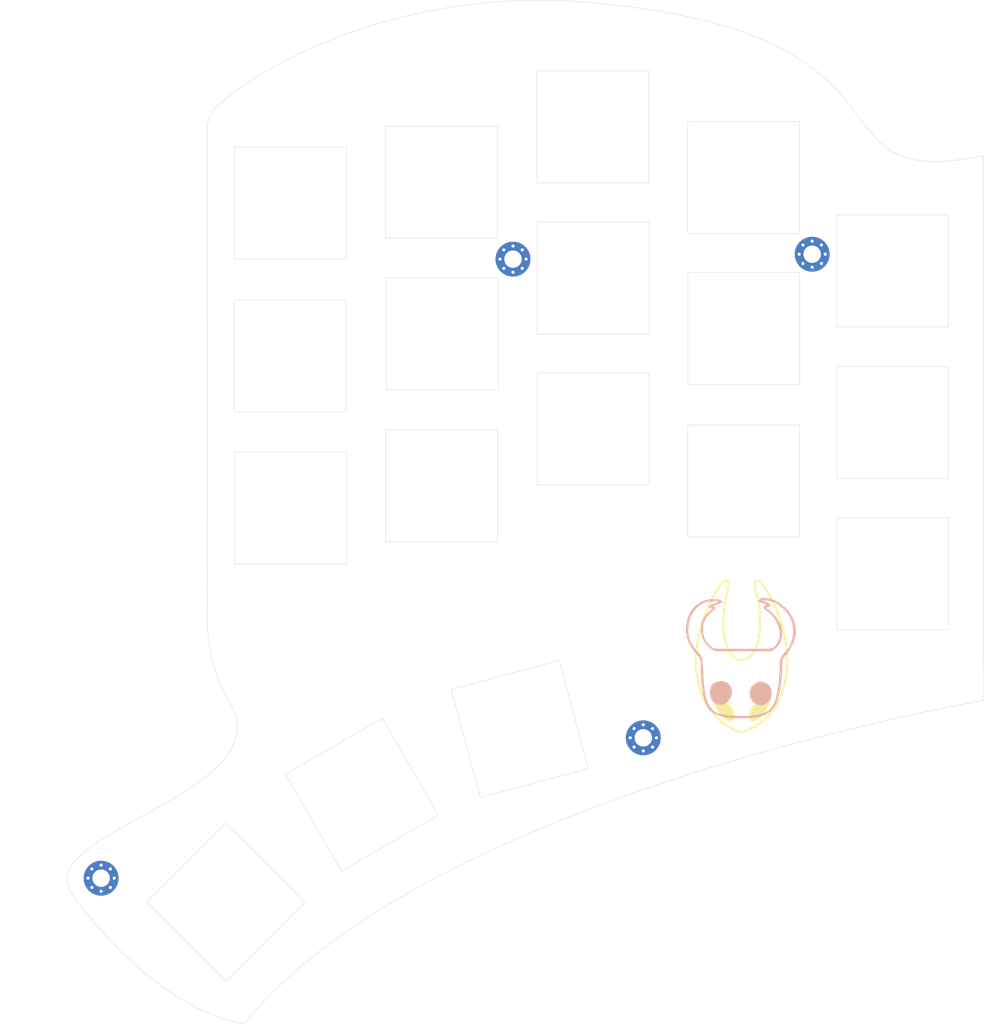
<source format=kicad_pcb>
(kicad_pcb (version 20241229) (generator "pcbnew") (generator_version "9.0")
  (layers (0 "F.Cu" signal) (2 "B.Cu" signal) (13 "F.Paste" user) (15 "B.Paste" user) (5 "F.SilkS" user "F.Silkscreen") (7 "B.SilkS" user "B.Silkscreen") (1 "F.Mask" user) (3 "B.Mask" user) (25 "Edge.Cuts" user))
  (net 0 "")
  (footprint "MountingHole:MountingHole_2.2mm_M2_Pad_Via" (layer "F.Cu") (at 138.96 63.31)
    (property "Reference" "  " (at 0 -3.15 0) (layer "F.SilkS"))
    (property "Value" "MountingHole_2.2mm_M2_Pad_Via")
    (pad "1" thru_hole circle (at -1.65 0) (size 0.7 0.7) (drill 0.4) (layers "*.Cu" "*.Mask"))
    (pad "1" thru_hole circle (at -1.166726 -1.166726) (size 0.7 0.7) (drill 0.4) (layers "*.Cu" "*.Mask"))
    (pad "1" thru_hole circle (at -1.166726 1.166726) (size 0.7 0.7) (drill 0.4) (layers "*.Cu" "*.Mask"))
    (pad "1" thru_hole circle (at 0 -1.65) (size 0.7 0.7) (drill 0.4) (layers "*.Cu" "*.Mask"))
    (pad "1" thru_hole circle (at 0 0) (size 4.4 4.4) (drill 2.2) (layers "*.Cu" "*.Mask"))
    (pad "1" thru_hole circle (at 0 1.65) (size 0.7 0.7) (drill 0.4) (layers "*.Cu" "*.Mask"))
    (pad "1" thru_hole circle (at 1.166726 -1.166726) (size 0.7 0.7) (drill 0.4) (layers "*.Cu" "*.Mask"))
    (pad "1" thru_hole circle (at 1.166726 1.166726) (size 0.7 0.7) (drill 0.4) (layers "*.Cu" "*.Mask"))
    (pad "1" thru_hole circle (at 1.65 0) (size 0.7 0.7) (drill 0.4) (layers "*.Cu" "*.Mask"))
  )
  (footprint "Library:hornet head" (layer "F.Cu") (at 167.86 113.44)
    (property "Reference" " " (at 0 0 0) (layer "F.SilkS") (effects (font (size 1.5 1.5) (thickness 0.3))))
    (property "Value" "LOGO" (hide yes))
    (fp_poly (pts (xy -3.074871 5.014004) (xy -2.864523 5.089331) (xy -2.738271 5.149624) (xy -2.335614 5.392074) (xy -1.967724 5.678892) (xy -1.64074 6.002896) (xy -1.360801 6.356908) (xy -1.134044 6.733749) (xy -0.966608 7.126237) (xy -0.920394 7.275889) (xy -0.865189 7.546588) (xy -0.859377 7.775985) (xy -0.901572 7.961942) (xy -0.990387 8.102317) (xy -1.124435 8.194973) (xy -1.302329 8.237769) (xy -1.522682 8.228565) (xy -1.536506 8.226427) (xy -1.766562 8.159426) (xy -2.00896 8.033931) (xy -2.256847 7.856692) (xy -2.50337 7.634456) (xy -2.741677 7.373971) (xy -2.964914 7.081984) (xy -3.16623 6.765244) (xy -3.320641 6.469633) (xy -3.428447 6.219315) (xy -3.518412 5.968628) (xy -3.588143 5.728164) (xy -3.635249 5.508515) (xy -3.65734 5.320273) (xy -3.652023 5.17403) (xy -3.629735 5.100401) (xy -3.551456 5.019682) (xy -3.427066 4.978697) (xy -3.265295 4.976965)) (fill yes) (layer "F.SilkS"))
    (fp_poly (pts (xy 3.527867 4.964792) (xy 3.570281 4.991593) (xy 3.616787 5.036531) (xy 3.641228 5.08885) (xy 3.649211 5.169565) (xy 3.64712 5.279584) (xy 3.616773 5.530103) (xy 3.545412 5.818101) (xy 3.437118 6.130149) (xy 3.29597 6.452822) (xy 3.281705 6.482105) (xy 3.098564 6.817743) (xy 2.894511 7.126136) (xy 2.67467 7.403425) (xy 2.444167 7.645749) (xy 2.208127 7.84925) (xy 1.971676 8.010066) (xy 1.739939 8.124339) (xy 1.51804 8.188209) (xy 1.311105 8.197816) (xy 1.12426 8.1493) (xy 1.090182 8.132513) (xy 0.96377 8.027785) (xy 0.883894 7.876053) (xy 0.851245 7.680541) (xy 0.866516 7.444476) (xy 0.904094 7.264479) (xy 1.029214 6.9036) (xy 1.21361 6.544474) (xy 1.449004 6.196693) (xy 1.727121 5.869845) (xy 2.039683 5.573519) (xy 2.378414 5.317305) (xy 2.735037 5.110792) (xy 2.782796 5.087854) (xy 3.013959 4.995025) (xy 3.220482 4.942925) (xy 3.39443 4.932524)) (fill yes) (layer "F.SilkS"))
    (fp_poly (pts (xy 2.012595 -9.703514) (xy 2.109029 -9.673475) (xy 2.262853 -9.599285) (xy 2.421746 -9.475358) (xy 2.589775 -9.29756) (xy 2.771009 -9.061757) (xy 2.90517 -8.864169) (xy 3.440437 -7.992465) (xy 3.925511 -7.098004) (xy 4.359347 -6.185089) (xy 4.740901 -5.258021) (xy 5.06913 -4.3211) (xy 5.342987 -3.378629) (xy 5.56143 -2.434907) (xy 5.723414 -1.494237) (xy 5.827895 -0.560919) (xy 5.873829 0.360746) (xy 5.860171 1.266455) (xy 5.785878 2.151909) (xy 5.709344 2.686211) (xy 5.549324 3.488106) (xy 5.343818 4.243209) (xy 5.090394 4.957376) (xy 4.786615 5.63646) (xy 4.430047 6.286314) (xy 4.018256 6.912792) (xy 3.86369 7.123561) (xy 3.716938 7.304158) (xy 3.529577 7.513131) (xy 3.314888 7.73737) (xy 3.086149 7.963765) (xy 2.856639 8.179209) (xy 2.639638 8.370591) (xy 2.448424 8.524804) (xy 2.431191 8.537707) (xy 2.104659 8.767624) (xy 1.769362 8.980506) (xy 1.433461 9.172542) (xy 1.105119 9.339918) (xy 0.792498 9.47882) (xy 0.503762 9.585437) (xy 0.247072 9.655954) (xy 0.03059 9.68656) (xy -0.029673 9.687279) (xy -0.135704 9.677563) (xy -0.268659 9.656679) (xy -0.340027 9.642283) (xy -0.53809 9.592845) (xy -0.724914 9.532907) (xy -0.918757 9.455348) (xy -1.137878 9.353047) (xy -1.326105 9.257713) (xy -1.935681 8.912205) (xy -2.490435 8.534017) (xy -2.9979 8.116413) (xy -3.465612 7.652655) (xy -3.901105 7.13601) (xy -4.264839 6.630522) (xy -4.656014 5.987493) (xy -4.995772 5.302338) (xy -5.283567 4.578063) (xy -5.51885 3.817677) (xy -5.701076 3.024186) (xy -5.829697 2.200596) (xy -5.904166 1.349916) (xy -5.919453 0.673521) (xy -5.6378 0.673521) (xy -5.637559 0.991277) (xy -5.632961 1.280062) (xy -5.623742 1.526027) (xy -5.614777 1.660822) (xy -5.516209 2.502044) (xy -5.364898 3.309606) (xy -5.16172 4.081135) (xy -4.907553 4.814259) (xy -4.603275 5.506607) (xy -4.249762 6.155807) (xy -3.847891 6.759488) (xy -3.619344 7.055555) (xy -3.183687 7.552786) (xy -2.727987 7.992705) (xy -2.241284 8.384086) (xy -1.712617 8.735703) (xy -1.131025 9.05633) (xy -1.101167 9.071302) (xy -0.791597 9.215965) (xy -0.521685 9.318265) (xy -0.27943 9.380067) (xy -0.052831 9.403237) (xy 0.170113 9.389639) (xy 0.401402 9.341139) (xy 0.482673 9.317463) (xy 0.615219 9.267896) (xy 0.791622 9.189485) (xy 0.998073 9.089427) (xy 1.220759 8.974921) (xy 1.44587 8.853165) (xy 1.659595 8.731358) (xy 1.848125 8.616697) (xy 1.931872 8.562117) (xy 2.495184 8.142829) (xy 3.015063 7.672294) (xy 3.490545 7.152379) (xy 3.920663 6.584953) (xy 4.304452 5.971884) (xy 4.640947 5.315039) (xy 4.929182 4.616287) (xy 5.168191 3.877495) (xy 5.35701 3.100533) (xy 5.494673 2.287268) (xy 5.574978 1.513119) (xy 5.608134 0.63287) (xy 5.580337 -0.268888) (xy 5.493101 -1.18678) (xy 5.347941 -2.115435) (xy 5.14637 -3.04948) (xy 4.889904 -3.983542) (xy 4.580055 -4.912249) (xy 4.218339 -5.830228) (xy 3.80627 -6.732106) (xy 3.345362 -7.61251) (xy 2.83713 -8.466069) (xy 2.704191 -8.67259) (xy 2.53827 -8.917726) (xy 2.396427 -9.107303) (xy 2.273524 -9.247172) (xy 2.164424 -9.343184) (xy 2.064554 -9.400951) (xy 1.939505 -9.42951) (xy 1.844342 -9.398892) (xy 1.77932 -9.311134) (xy 1.744697 -9.16827) (xy 1.740728 -8.972336) (xy 1.767671 -8.725368) (xy 1.825782 -8.4294) (xy 1.903863 -8.12664) (xy 2.106298 -7.318914) (xy 2.261014 -6.503433) (xy 2.367535 -5.688405) (xy 2.425381 -4.882035) (xy 2.434077 -4.092531) (xy 2.393144 -3.328099) (xy 2.302106 -2.596946) (xy 2.244103 -2.27818) (xy 2.115972 -1.739326) (xy 1.958729 -1.248228) (xy 1.773942 -0.807609) (xy 1.563182 -0.420197) (xy 1.328017 -0.088715) (xy 1.070017 0.184109) (xy 0.790752 0.395552) (xy 0.663052 0.46767) (xy 0.357942 0.589013) (xy 0.053663 0.64273) (xy -0.24764 0.629189) (xy -0.543825 0.548756) (xy -0.832749 0.4018) (xy -1.112268 0.188686) (xy -1.146116 0.157716) (xy -1.306312 -0.001207) (xy -1.441964 -0.160161) (xy -1.565435 -0.336347) (xy -1.689089 -0.546969) (xy -1.78854 -0.736219) (xy -1.953046 -1.095096) (xy -2.094368 -1.481472) (xy -2.215387 -1.905359) (xy -2.318982 -2.376771) (xy -2.403206 -2.873226) (xy -2.429458 -3.102605) (xy -2.449057 -3.386649) (xy -2.46208 -3.712354) (xy -2.468603 -4.066715) (xy -2.468704 -4.436725) (xy -2.462458 -4.80938) (xy -2.449943 -5.171674) (xy -2.431236 -5.510602) (xy -2.406413 -5.813158) (xy -2.384756 -6.001473) (xy -2.2568 -6.811726) (xy -2.090883 -7.597893) (xy -1.950888 -8.143641) (xy -1.866397 -8.476365) (xy -1.811485 -8.752164) (xy -1.785785 -8.975173) (xy -1.788927 -9.149524) (xy -1.820542 -9.279349) (xy -1.845429 -9.326614) (xy -1.928285 -9.40422) (xy -2.0323 -9.419518) (xy -2.155161 -9.374023) (xy -2.294553 -9.269253) (xy -2.448162 -9.106725) (xy -2.613674 -8.887955) (xy -2.690693 -8.772691) (xy -3.28053 -7.805105) (xy -3.803589 -6.831971) (xy -4.261055 -5.850106) (xy -4.654115 -4.856328) (xy -4.983954 -3.847454) (xy -5.251759 -2.820302) (xy -5.458715 -1.771689) (xy -5.562591 -1.065982) (xy -5.582926 -0.865187) (xy -5.600494 -0.61028) (xy -5.615031 -0.315108) (xy -5.62627 0.00648) (xy -5.633948 0.340639) (xy -5.6378 0.673521) (xy -5.919453 0.673521) (xy -5.923936 0.475152) (xy -5.888461 -0.42069) (xy -5.797193 -1.334601) (xy -5.761235 -1.595583) (xy -5.602757 -2.488127) (xy -5.386893 -3.398792) (xy -5.11749 -4.316123) (xy -4.7984 -5.228662) (xy -4.433473 -6.124954) (xy -4.026557 -6.993543) (xy -3.801859 -7.42634) (xy -3.629996 -7.739038) (xy -3.452466 -8.049214) (xy -3.274609 -8.348376) (xy -3.101769 -8.628027) (xy -2.939288 -8.879674) (xy -2.792509 -9.094822) (xy -2.666772 -9.264978) (xy -2.581556 -9.366671) (xy -2.396316 -9.537472) (xy -2.214939 -9.647773) (xy -2.042605 -9.697977) (xy -1.884497 -9.688485) (xy -1.745794 -9.619699) (xy -1.631679 -9.492021) (xy -1.547332 -9.305852) (xy -1.541317 -9.286034) (xy -1.514118 -9.178919) (xy -1.502765 -9.082646) (xy -1.506496 -8.972099) (xy -1.524544 -8.822163) (xy -1.526728 -8.806694) (xy -1.555953 -8.63943) (xy -1.598647 -8.441301) (xy -1.6473 -8.246129) (xy -1.666405 -8.177644) (xy -1.896745 -7.263742) (xy -2.064851 -6.328889) (xy -2.169421 -5.382337) (xy -2.209152 -4.43334) (xy -2.209502 -4.32138) (xy -2.192168 -3.667813) (xy -2.142184 -3.052136) (xy -2.060545 -2.477108) (xy -1.948244 -1.945489) (xy -1.806276 -1.460038) (xy -1.635636 -1.023517) (xy -1.437318 -0.638684) (xy -1.212317 -0.3083) (xy -0.961627 -0.035125) (xy -0.686242 0.178083) (xy -0.562401 0.249636) (xy -0.459136 0.300717) (xy -0.372763 0.332282) (xy -0.280814 0.348813) (xy -0.160819 0.354791) (xy -0.034003 0.355015) (xy 0.133434 0.35101) (xy 0.256041 0.33876) (xy 0.356864 0.314217) (xy 0.458949 0.273333) (xy 0.476037 0.265427) (xy 0.743361 0.104068) (xy 0.993808 -0.119832) (xy 1.225322 -0.402441) (xy 1.435848 -0.73993) (xy 1.623331 -1.128467) (xy 1.785714 -1.564224) (xy 1.920943 -2.043368) (xy 2.026962 -2.562071) (xy 2.041666 -2.652209) (xy 2.126674 -3.371304) (xy 2.162602 -4.127074) (xy 2.150175 -4.909893) (xy 2.090119 -5.710133) (xy 1.983161 -6.518166) (xy 1.830026 -7.324364) (xy 1.631441 -8.119101) (xy 1.628657 -8.12898) (xy 1.536841 -8.492596) (xy 1.482263 -8.801796) (xy 1.46475 -9.058958) (xy 1.484134 -9.266457) (xy 1.536046 -9.418742) (xy 1.619245 -9.54157) (xy 1.733157 -9.628898) (xy 1.775565 -9.65135) (xy 1.871891 -9.696393) (xy 1.940374 -9.713083)) (fill yes) (layer "F.SilkS"))
  )
  (footprint "MountingHole:MountingHole_2.2mm_M2_Pad_Via" (layer "F.Cu") (at 176.73 62.69)
    (property "Reference" "  " (at 0 -3.15 0) (layer "F.SilkS"))
    (property "Value" "MountingHole_2.2mm_M2_Pad_Via")
    (pad "1" thru_hole circle (at -1.65 0) (size 0.7 0.7) (drill 0.4) (layers "*.Cu" "*.Mask"))
    (pad "1" thru_hole circle (at -1.166726 -1.166726) (size 0.7 0.7) (drill 0.4) (layers "*.Cu" "*.Mask"))
    (pad "1" thru_hole circle (at -1.166726 1.166726) (size 0.7 0.7) (drill 0.4) (layers "*.Cu" "*.Mask"))
    (pad "1" thru_hole circle (at 0 -1.65) (size 0.7 0.7) (drill 0.4) (layers "*.Cu" "*.Mask"))
    (pad "1" thru_hole circle (at 0 0) (size 4.4 4.4) (drill 2.2) (layers "*.Cu" "*.Mask"))
    (pad "1" thru_hole circle (at 0 1.65) (size 0.7 0.7) (drill 0.4) (layers "*.Cu" "*.Mask"))
    (pad "1" thru_hole circle (at 1.166726 -1.166726) (size 0.7 0.7) (drill 0.4) (layers "*.Cu" "*.Mask"))
    (pad "1" thru_hole circle (at 1.166726 1.166726) (size 0.7 0.7) (drill 0.4) (layers "*.Cu" "*.Mask"))
    (pad "1" thru_hole circle (at 1.65 0) (size 0.7 0.7) (drill 0.4) (layers "*.Cu" "*.Mask"))
  )
  (footprint "MountingHole:MountingHole_2.2mm_M2_Pad_Via" (layer "F.Cu") (at 86.96 141.46)
    (property "Reference" "  " (at 0 -3.15 0) (layer "F.SilkS"))
    (property "Value" "MountingHole_2.2mm_M2_Pad_Via")
    (pad "1" thru_hole circle (at -1.65 0) (size 0.7 0.7) (drill 0.4) (layers "*.Cu" "*.Mask"))
    (pad "1" thru_hole circle (at -1.166726 -1.166726) (size 0.7 0.7) (drill 0.4) (layers "*.Cu" "*.Mask"))
    (pad "1" thru_hole circle (at -1.166726 1.166726) (size 0.7 0.7) (drill 0.4) (layers "*.Cu" "*.Mask"))
    (pad "1" thru_hole circle (at 0 -1.65) (size 0.7 0.7) (drill 0.4) (layers "*.Cu" "*.Mask"))
    (pad "1" thru_hole circle (at 0 0) (size 4.4 4.4) (drill 2.2) (layers "*.Cu" "*.Mask"))
    (pad "1" thru_hole circle (at 0 1.65) (size 0.7 0.7) (drill 0.4) (layers "*.Cu" "*.Mask"))
    (pad "1" thru_hole circle (at 1.166726 -1.166726) (size 0.7 0.7) (drill 0.4) (layers "*.Cu" "*.Mask"))
    (pad "1" thru_hole circle (at 1.166726 1.166726) (size 0.7 0.7) (drill 0.4) (layers "*.Cu" "*.Mask"))
    (pad "1" thru_hole circle (at 1.65 0) (size 0.7 0.7) (drill 0.4) (layers "*.Cu" "*.Mask"))
  )
  (footprint "MountingHole:MountingHole_2.2mm_M2_Pad_Via" (layer "F.Cu") (at 155.41 123.74)
    (property "Reference" "  " (at 0 -3.15 0) (layer "F.SilkS"))
    (property "Value" "MountingHole_2.2mm_M2_Pad_Via")
    (pad "1" thru_hole circle (at -1.65 0) (size 0.7 0.7) (drill 0.4) (layers "*.Cu" "*.Mask"))
    (pad "1" thru_hole circle (at -1.166726 -1.166726) (size 0.7 0.7) (drill 0.4) (layers "*.Cu" "*.Mask"))
    (pad "1" thru_hole circle (at -1.166726 1.166726) (size 0.7 0.7) (drill 0.4) (layers "*.Cu" "*.Mask"))
    (pad "1" thru_hole circle (at 0 -1.65) (size 0.7 0.7) (drill 0.4) (layers "*.Cu" "*.Mask"))
    (pad "1" thru_hole circle (at 0 0) (size 4.4 4.4) (drill 2.2) (layers "*.Cu" "*.Mask"))
    (pad "1" thru_hole circle (at 0 1.65) (size 0.7 0.7) (drill 0.4) (layers "*.Cu" "*.Mask"))
    (pad "1" thru_hole circle (at 1.166726 -1.166726) (size 0.7 0.7) (drill 0.4) (layers "*.Cu" "*.Mask"))
    (pad "1" thru_hole circle (at 1.166726 1.166726) (size 0.7 0.7) (drill 0.4) (layers "*.Cu" "*.Mask"))
    (pad "1" thru_hole circle (at 1.65 0) (size 0.7 0.7) (drill 0.4) (layers "*.Cu" "*.Mask"))
  )
  (footprint "Library:knight head" (layer "B.Cu") (at 167.73 113.81 180)
    (property "Reference" "  " (at 0 0 0) (layer "B.SilkS") (effects (font (size 1.5 1.5) (thickness 0.3)) (justify mirror)))
    (property "Value" "LOGO" (hide yes))
    (fp_poly (pts (xy 3.017951 -2.852369) (xy 3.159446 -2.911763) (xy 3.436637 -3.055685) (xy 3.611794 -3.20248) (xy 3.736903 -3.399276) (xy 3.766602 -3.462138) (xy 3.901355 -3.930026) (xy 3.915127 -4.431889) (xy 3.808703 -4.907332) (xy 3.745899 -5.051003) (xy 3.499095 -5.381572) (xy 3.161564 -5.617275) (xy 2.772679 -5.744418) (xy 2.371816 -5.749311) (xy 2.043217 -5.643079) (xy 1.619054 -5.338431) (xy 1.318703 -4.938401) (xy 1.153342 -4.461273) (xy 1.123526 -4.138608) (xy 1.18842 -3.66234) (xy 1.386016 -3.272659) (xy 1.693706 -2.987904) (xy 2.114684 -2.788657) (xy 2.55123 -2.743732)) (fill yes) (layer "B.SilkS"))
    (fp_poly (pts (xy -2.180485 -2.877883) (xy -1.958526 -2.966879) (xy -1.551267 -3.242635) (xy -1.266297 -3.59979) (xy -1.108603 -4.011015) (xy -1.08317 -4.448982) (xy -1.194984 -4.886362) (xy -1.449028 -5.295825) (xy -1.519405 -5.374128) (xy -1.838757 -5.624443) (xy -2.210613 -5.785219) (xy -2.585909 -5.841475) (xy -2.884543 -5.790939) (xy -3.018751 -5.720707) (xy -3.22397 -5.5938) (xy -3.338274 -5.517787) (xy -3.664015 -5.206252) (xy -3.854853 -4.808679) (xy -3.910314 -4.326266) (xy -3.895119 -4.115153) (xy -3.804954 -3.675985) (xy -3.642071 -3.357792) (xy -3.388222 -3.130838) (xy -3.242718 -3.052084) (xy -2.83203 -2.889021) (xy -2.493161 -2.831963)) (fill yes) (layer "B.SilkS"))
    (fp_poly (pts (xy -2.75289 7.747522) (xy -2.476748 7.671196) (xy -2.303479 7.520163) (xy -2.258231 7.391454) (xy -2.263481 7.288681) (xy -2.336467 7.212738) (xy -2.50977 7.141591) (xy -2.718956 7.07985) (xy -2.970632 7.002898) (xy -3.146282 6.935856) (xy -3.205048 6.896715) (xy -3.140911 6.831947) (xy -3.024764 6.769631) (xy -2.869518 6.64552) (xy -2.864187 6.482488) (xy -3.006003 6.290287) (xy -3.205048 6.134346) (xy -3.79337 5.658346) (xy -4.254292 5.09818) (xy -4.517503 4.632634) (xy -4.764934 4.008249) (xy -4.892806 3.422315) (xy -4.897864 2.896274) (xy -4.828786 2.581624) (xy -4.607014 2.069434) (xy -4.333358 1.680785) (xy -4.071521 1.46271) (xy -4.000654 1.424084) (xy -3.918727 1.392184) (xy -3.810495 1.366316) (xy -3.660714 1.345781) (xy -3.45414 1.329884) (xy -3.175529 1.31793) (xy -2.809637 1.30922) (xy -2.34122 1.30306) (xy -1.755035 1.298753) (xy -1.035836 1.295603) (xy -0.366449 1.293483) (xy 0.475779 1.292939) (xy 1.236837 1.296263) (xy 1.903622 1.30321) (xy 2.463031 1.313537) (xy 2.901963 1.327) (xy 3.207313 1.343354) (xy 3.36598 1.362355) (xy 3.368656 1.363049) (xy 3.638217 1.496623) (xy 3.934631 1.741301) (xy 4.22268 2.060444) (xy 4.467145 2.417414) (xy 4.567272 2.610015) (xy 4.689966 3.001136) (xy 4.756308 3.476562) (xy 4.765124 3.977563) (xy 4.715241 4.445409) (xy 4.611216 4.808427) (xy 4.290472 5.372498) (xy 3.868395 5.815703) (xy 3.603162 6.003398) (xy 3.333164 6.205317) (xy 3.214505 6.38324) (xy 3.248821 6.532481) (xy 3.385331 6.627094) (xy 3.468204 6.675382) (xy 3.456399 6.71915) (xy 3.329375 6.77352) (xy 3.084858 6.848304) (xy 2.74423 6.952058) (xy 2.530514 7.03335) (xy 2.415133 7.108503) (xy 2.36951 7.193836) (xy 2.363722 7.260152) (xy 2.438937 7.388101) (xy 2.647966 7.488662) (xy 2.965884 7.556419) (xy 3.367764 7.585956) (xy 3.805993 7.57358) (xy 4.516863 7.446329) (xy 5.155768 7.179644) (xy 5.7132 6.781671) (xy 6.179648 6.260557) (xy 6.545602 5.624449) (xy 6.757713 5.044885) (xy 6.925035 4.215898) (xy 6.938258 3.420219) (xy 6.7961 2.652644) (xy 6.497278 1.90797) (xy 6.04051 1.18099) (xy 5.703147 0.765899) (xy 5.454281 0.479419) (xy 5.291565 0.271729) (xy 5.193961 0.102491) (xy 5.140429 -0.068631) (xy 5.10993 -0.281975) (xy 5.099084 -0.392216) (xy 5.078672 -0.692669) (xy 5.062172 -1.095745) (xy 5.051523 -1.54383) (xy 5.048519 -1.895034) (xy 5.025612 -2.561173) (xy 4.961715 -3.256071) (xy 4.862934 -3.9482) (xy 4.735377 -4.606036) (xy 4.585151 -5.198053) (xy 4.418365 -5.692724) (xy 4.242298 -6.056629) (xy 3.886137 -6.484285) (xy 3.393522 -6.84326) (xy 2.775721 -7.126988) (xy 2.066627 -7.324281) (xy 1.648577 -7.38564) (xy 1.112483 -7.427271) (xy 0.498461 -7.449508) (xy -0.153371 -7.45268) (xy -0.802899 -7.437121) (xy -1.410006 -7.403163) (xy -1.934574 -7.351136) (xy -2.307588 -7.288099) (xy -2.879826 -7.115925) (xy -3.376893 -6.86916) (xy -3.803459 -6.538375) (xy -4.164198 -6.114142) (xy -4.463781 -5.587033) (xy -4.706882 -4.947619) (xy -4.898172 -4.18647) (xy -5.042323 -3.29416) (xy -5.144007 -2.261258) (xy -5.19154 -1.468289) (xy -5.260352 -0.011972) (xy -5.705568 0.534866) (xy -6.132942 1.133282) (xy -6.503303 1.794293) (xy -6.782094 2.45391) (xy -6.841776 2.638809) (xy -6.96113 3.313929) (xy -6.947528 3.653188) (xy -6.601529 3.653188) (xy -6.566035 3.070288) (xy -6.461411 2.466776) (xy -6.308326 1.972705) (xy -6.085752 1.539626) (xy -5.772658 1.119092) (xy -5.666266 0.997392) (xy -5.359078 0.648109) (xy -5.145464 0.373169) (xy -5.008478 0.130873) (xy -4.931176 -0.120483) (xy -4.896614 -0.422601) (xy -4.887847 -0.817181) (xy -4.887698 -0.918716) (xy -4.867724 -1.731525) (xy -4.810733 -2.548989) (xy -4.721125 -3.341623) (xy -4.603297 -4.079945) (xy -4.461648 -4.734469) (xy -4.300576 -5.275712) (xy -4.200596 -5.524778) (xy -3.946768 -5.980247) (xy -3.633526 -6.345497) (xy -3.241212 -6.631929) (xy -2.750166 -6.850945) (xy -2.140727 -7.013945) (xy -1.437941 -7.126826) (xy -1.018788 -7.161251) (xy -0.497517 -7.177) (xy 0.083796 -7.175429) (xy 0.683077 -7.157891) (xy 1.258251 -7.125741) (xy 1.767244 -7.080333) (xy 2.167981 -7.023023) (xy 2.239828 -7.008429) (xy 2.745909 -6.875376) (xy 3.133198 -6.715044) (xy 3.443097 -6.50455) (xy 3.717005 -6.221014) (xy 3.759145 -6.168747) (xy 3.999666 -5.820055) (xy 4.198543 -5.426345) (xy 4.360334 -4.968526) (xy 4.489598 -4.427504) (xy 4.590896 -3.78419) (xy 4.668787 -3.019492) (xy 4.727829 -2.114317) (xy 4.727955 -2.111883) (xy 4.762738 -1.434761) (xy 4.791992 -0.896704) (xy 4.820707 -0.476871) (xy 4.853871 -0.15442) (xy 4.896473 0.09149) (xy 4.953501 0.281701) (xy 5.029944 0.437055) (xy 5.130791 0.578394) (xy 5.261031 0.726558) (xy 5.425651 0.902389) (xy 5.457699 0.936838) (xy 5.958124 1.542871) (xy 6.3145 2.13528) (xy 6.538109 2.739855) (xy 6.640232 3.382389) (xy 6.649605 3.661829) (xy 6.58477 4.475868) (xy 6.384487 5.210139) (xy 6.043961 5.877669) (xy 5.640702 6.402283) (xy 5.202643 6.810092) (xy 4.730364 7.081385) (xy 4.187371 7.233148) (xy 3.762229 7.276592) (xy 3.327337 7.292255) (xy 3.047113 7.28842) (xy 2.916922 7.262971) (xy 2.932124 7.213791) (xy 3.088084 7.138765) (xy 3.295894 7.063835) (xy 3.670774 6.913793) (xy 3.923454 6.76417) (xy 4.047242 6.625423) (xy 4.035447 6.508015) (xy 3.881378 6.422404) (xy 3.725867 6.391655) (xy 3.485488 6.360885) (xy 3.685941 6.274848) (xy 3.902193 6.13278) (xy 4.161155 5.89047) (xy 4.427821 5.58782) (xy 4.667184 5.264734) (xy 4.844239 4.961116) (xy 4.851004 4.946785) (xy 4.990981 4.503023) (xy 5.05408 3.974961) (xy 5.039597 3.41929) (xy 4.94683 2.892702) (xy 4.879132 2.679727) (xy 4.647611 2.210669) (xy 4.329889 1.77382) (xy 3.963623 1.414519) (xy 3.661482 1.213648) (xy 3.279861 1.017259) (xy -0.263067 1.001818) (xy -3.805994 0.986377) (xy -4.139835 1.177951) (xy -4.552447 1.503354) (xy -4.895881 1.968148) (xy -5.062257 2.297278) (xy -5.174026 2.699041) (xy -5.209457 3.186722) (xy -5.171221 3.706815) (xy -5.061985 4.205813) (xy -4.952513 4.497127) (xy -4.53901 5.213224) (xy -4.006064 5.823423) (xy -3.612678 6.150004) (xy -3.358809 6.338186) (xy -3.220541 6.452873) (xy -3.183657 6.514524) (xy -3.233938 6.5436) (xy -3.329546 6.557405) (xy -3.571661 6.619778) (xy -3.729531 6.727386) (xy -3.765931 6.81508) (xy -3.69756 6.91902) (xy -3.520328 7.05219) (xy -3.276057 7.18927) (xy -3.006567 7.304941) (xy -2.898347 7.340342) (xy -2.523975 7.449546) (xy -3.142537 7.422767) (xy -3.706749 7.34671) (xy -4.23775 7.160708) (xy -4.763553 6.851364) (xy -5.312169 6.405281) (xy -5.357972 6.363203) (xy -5.893471 5.7685) (xy -6.280338 5.115575) (xy -6.516912 4.408961) (xy -6.601529 3.653188) (xy -6.947528 3.653188) (xy -6.933297 4.008138) (xy -6.766715 4.702283) (xy -6.469821 5.377212) (xy -6.051051 6.013775) (xy -5.518842 6.592821) (xy -4.881632 7.095197) (xy -4.877305 7.098076) (xy -4.429397 7.356913) (xy -3.970161 7.553835) (xy -3.522437 7.686282) (xy -3.109067 7.751698)) (fill yes) (layer "B.SilkS"))
  )
  (gr_curve (pts (xy 101.88 43.73) (xy 110.16 36.64) (xy 127.62 29.32) (xy 147.57 30.82)) (stroke (width 0.05)) (layer "Edge.Cuts"))
  (gr_rect (start 161.03 84.25) (end 175.15 98.36) (stroke (width 0.05)) (fill no) (layer "Edge.Cuts"))
  (gr_rect (start 142.01 77.68) (end 156.13 91.81) (stroke (width 0.05)) (fill no) (layer "Edge.Cuts"))
  (gr_rect (start 122.95 65.65) (end 137.09 79.79) (stroke (width 0.05)) (fill no) (layer "Edge.Cuts"))
  (gr_curve (pts (xy 101.8 43.82) (xy 101.8 43.82) (xy 101.8 43.82) (xy 101.8 43.82)) (stroke (width 0.05)) (layer "Edge.Cuts"))
  (gr_rect (start 122.87 84.85) (end 137.01 98.98) (stroke (width 0.05)) (fill no) (layer "Edge.Cuts"))
  (gr_rect (start 103.74 68.45) (end 117.87 82.58) (stroke (width 0.05)) (fill no) (layer "Edge.Cuts"))
  (gr_curve (pts (xy 101.8 43.82) (xy 100.33 45.15) (xy 100.35 46.71) (xy 100.35 46.71)) (stroke (width 0.05)) (layer "Edge.Cuts"))
  (gr_rect (start 103.82 87.65) (end 117.95 101.81) (stroke (width 0.05)) (fill no) (layer "Edge.Cuts"))
  (gr_curve (pts (xy 83.39 143.62) (xy 77.33 135.48) (xy 111.2 130.81) (xy 102.76 118.49)) (stroke (width 0.05)) (layer "Edge.Cuts"))
  (gr_curve (pts (xy 102.76 118.49) (xy 100.5 114.6) (xy 100.38 109.53) (xy 100.38 109.53)) (stroke (width 0.05)) (layer "Edge.Cuts"))
  (gr_rect (start 161 45.94) (end 175.13 60.07) (stroke (width 0.05)) (fill no) (layer "Edge.Cuts"))
  (gr_line (start 100.35 46.71) (end 100.38 109.53) (stroke (width 0.05)) (layer "Edge.Cuts"))
  (gr_poly (pts (xy 92.7 144.5) (xy 102.684348 134.515652) (xy 112.675767 144.507071) (xy 102.691419 154.491419)) (stroke (width 0.05)) (fill no) (layer "Edge.Cuts"))
  (gr_poly (pts (xy 110.24 128.33) (xy 122.468279 121.27) (xy 129.533279 133.506939) (xy 117.305 140.566939)) (stroke (width 0.05)) (fill no) (layer "Edge.Cuts"))
  (gr_curve (pts (xy 101.8 43.82) (xy 101.88 43.73) (xy 101.88 43.73) (xy 101.88 43.73)) (stroke (width 0.05)) (layer "Edge.Cuts"))
  (gr_rect (start 161.04 64.98) (end 175.17 79.12) (stroke (width 0.05)) (fill no) (layer "Edge.Cuts"))
  (gr_curve (pts (xy 104.98 159.86) (xy 128.46 130.88) (xy 198.41 119.01) (xy 198.41 119.01)) (stroke (width 0.05)) (layer "Edge.Cuts"))
  (gr_line (start 198.32 50.27) (end 198.41 119.01) (stroke (width 0.05)) (layer "Edge.Cuts"))
  (gr_curve (pts (xy 83.39 143.62) (xy 83.39 143.62) (xy 83.39 143.62) (xy 83.39 143.62)) (stroke (width 0.05)) (layer "Edge.Cuts"))
  (gr_curve (pts (xy 147.57 30.82) (xy 193.52 34.54) (xy 174.73 55.02) (xy 198.32 50.27)) (stroke (width 0.05)) (layer "Edge.Cuts"))
  (gr_curve (pts (xy 104.98 159.86) (xy 93.11 157.76) (xy 83.39 143.62) (xy 83.39 143.62)) (stroke (width 0.05)) (layer "Edge.Cuts"))
  (gr_curve (pts (xy 83.39 143.62) (xy 83.39 143.62) (xy 83.39 143.62) (xy 83.39 143.62)) (stroke (width 0.05)) (layer "Edge.Cuts"))
  (gr_poly (pts (xy 131.17 117.63) (xy 144.808873 113.975475) (xy 148.465986 127.624007) (xy 134.827113 131.278532)) (stroke (width 0.05)) (fill no) (layer "Edge.Cuts"))
  (gr_rect (start 122.88 46.57) (end 136.99 60.67) (stroke (width 0.05)) (fill no) (layer "Edge.Cuts"))
  (gr_rect (start 179.81 57.73) (end 193.94 71.88) (stroke (width 0.05)) (fill no) (layer "Edge.Cuts"))
  (gr_rect (start 142 58.63) (end 156.14 72.79) (stroke (width 0.05)) (fill no) (layer "Edge.Cuts"))
  (gr_rect (start 141.98 39.54) (end 156.11 53.68) (stroke (width 0.05)) (fill no) (layer "Edge.Cuts"))
  (gr_rect (start 179.81 95.98) (end 193.93 110.11) (stroke (width 0.05)) (fill no) (layer "Edge.Cuts"))
  (gr_rect (start 103.76 49.18) (end 117.92 63.31) (stroke (width 0.05)) (fill no) (layer "Edge.Cuts"))
  (gr_rect (start 179.81 76.87) (end 193.94 91.01) (stroke (width 0.05)) (fill no) (layer "Edge.Cuts"))
)
</source>
